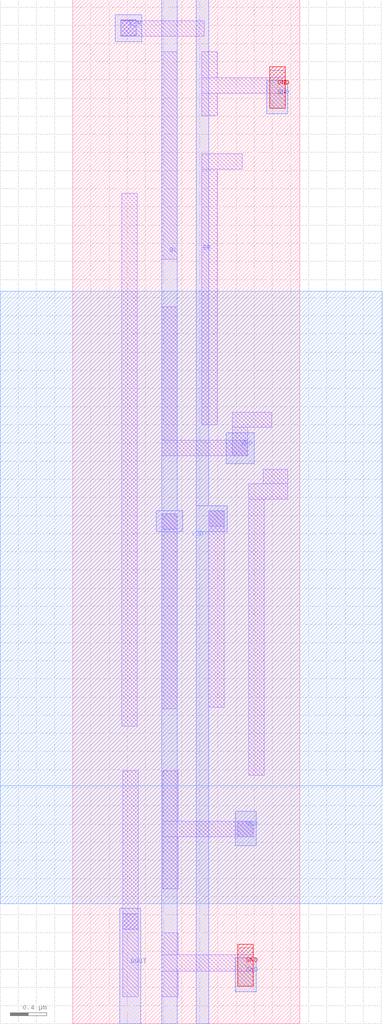
<source format=lef>
# Copyright 2020 The SkyWater PDK Authors
#
# Licensed under the Apache License, Version 2.0 (the "License");
# you may not use this file except in compliance with the License.
# You may obtain a copy of the License at
#
#     https://www.apache.org/licenses/LICENSE-2.0
#
# Unless required by applicable law or agreed to in writing, software
# distributed under the License is distributed on an "AS IS" BASIS,
# WITHOUT WARRANTIES OR CONDITIONS OF ANY KIND, either express or implied.
# See the License for the specific language governing permissions and
# limitations under the License.
#
# SPDX-License-Identifier: Apache-2.0

VERSION 5.7 ;
  NOWIREEXTENSIONATPIN ON ;
  DIVIDERCHAR "/" ;
  BUSBITCHARS "[]" ;
MACRO sky130_fd_bd_sram__openram_sense_amp
  CLASS BLOCK ;
  FOREIGN sky130_fd_bd_sram__openram_sense_amp ;
  ORIGIN  0.000000  0.000000 ;
  SIZE  2.500000 BY  11.28000 ;
  PIN BL
    ANTENNADIFFAREA  0.540000 ;
    PORT
      LAYER met1 ;
        RECT 0.920000 5.420000 1.210000  5.650000 ;
        RECT 0.980000 0.000000 1.150000  5.420000 ;
        RECT 0.980000 5.650000 1.150000 11.280000 ;
    END
  END BL
  PIN BR
    ANTENNADIFFAREA  0.540000 ;
    PORT
      LAYER met1 ;
        RECT 1.360000 0.000000 1.500000  5.420000 ;
        RECT 1.360000 5.420000 1.700000  5.710000 ;
        RECT 1.360000 5.710000 1.500000 11.280000 ;
    END
  END BR
  PIN DOUT
    ANTENNADIFFAREA  0.553900 ;
    PORT
      LAYER met1 ;
        RECT 0.520000 0.000000 0.750000 1.270000 ;
    END
  END DOUT
  PIN E_N
    ANTENNAGATEAREA  0.697500 ;
    PORT
      LAYER met1 ;
        RECT 0.470000 10.820000 0.760000 11.120000 ;
    END
  END E_N
  PIN GND
    ANTENNADIFFAREA  0.266700 ;
    PORT
      LAYER met1 ;
        RECT 1.790000 0.355000 2.020000 0.725000 ;
      LAYER pwell ;
        RECT 1.820000 0.415000 1.990000 0.875000 ;
    END
    PORT
      LAYER met1 ;
        RECT 2.140000 10.025000 2.370000 10.395000 ;
      LAYER pwell ;
        RECT 2.170000 10.085000 2.340000 10.545000 ;
    END
  END GND
  PIN VDD
    ANTENNADIFFAREA  0.435100 ;
    PORT
      LAYER met1 ;
        RECT 1.690000 6.170000 2.000000 6.510000 ;
      LAYER nwell ;
        RECT -0.800000 1.320000 3.420000 2.620000 ;
        RECT -0.800000 2.620000 3.410000 8.070000 ;
    END
    PORT
      LAYER met1 ;
        RECT 1.790000 1.960000 2.020000 2.340000 ;
    END
  END VDD
  OBS
    LAYER li1 ;
      RECT 0.530000 10.880000 1.450000 11.050000 ;
      RECT 0.530000 11.050000 0.700000 11.060000 ;
      RECT 0.540000  3.280000 0.710000  9.150000 ;
      RECT 0.550000  0.300000 0.720000  2.790000 ;
      RECT 0.980000  0.300000 1.160000  0.580000 ;
      RECT 0.980000  0.580000 1.990000  0.760000 ;
      RECT 0.980000  0.760000 1.160000  1.000000 ;
      RECT 0.980000  3.470000 1.150000  5.620000 ;
      RECT 0.980000  6.260000 1.930000  6.430000 ;
      RECT 0.980000  6.430000 1.150000  7.900000 ;
      RECT 0.980000  8.425000 1.150000 10.710000 ;
      RECT 0.990000  1.490000 1.160000  2.060000 ;
      RECT 0.990000  2.060000 1.990000  2.230000 ;
      RECT 0.990000  2.230000 1.160000  2.790000 ;
      RECT 1.420000  6.600000 1.590000  9.415000 ;
      RECT 1.420000  9.415000 1.870000  9.585000 ;
      RECT 1.420000 10.005000 1.590000 10.255000 ;
      RECT 1.420000 10.255000 2.340000 10.425000 ;
      RECT 1.420000 10.425000 1.590000 10.710000 ;
      RECT 1.500000  3.490000 1.670000  5.650000 ;
      RECT 1.760000  6.430000 1.930000  6.570000 ;
      RECT 1.760000  6.570000 2.190000  6.740000 ;
      RECT 1.820000  0.415000 1.990000  0.580000 ;
      RECT 1.820000  0.760000 1.990000  0.835000 ;
      RECT 1.940000  2.740000 2.110000  5.780000 ;
      RECT 1.940000  5.780000 2.370000  5.950000 ;
      RECT 2.100000  5.950000 2.370000  6.110000 ;
      RECT 2.170000 10.085000 2.340000 10.255000 ;
      RECT 2.170000 10.425000 2.340000 10.505000 ;
    LAYER mcon ;
      RECT 0.530000 10.885000 0.700000 11.055000 ;
      RECT 0.550000  1.040000 0.720000  1.210000 ;
      RECT 0.980000  5.450000 1.150000  5.620000 ;
      RECT 1.500000  5.480000 1.670000  5.650000 ;
      RECT 1.760000  6.260000 1.930000  6.430000 ;
      RECT 1.820000  2.060000 1.990000  2.230000 ;
  END
END sky130_fd_bd_sram__openram_sense_amp
END LIBRARY

</source>
